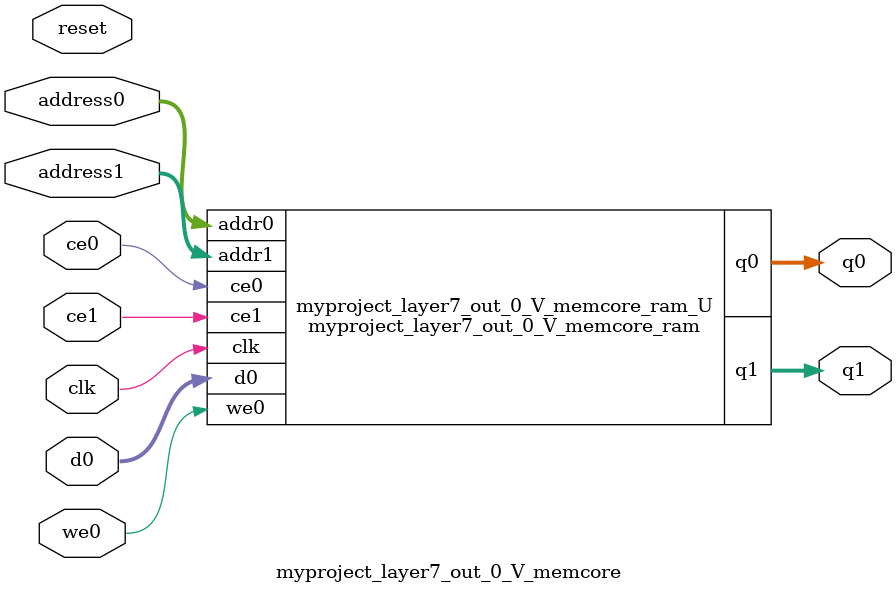
<source format=v>
`timescale 1 ns / 1 ps
module myproject_layer7_out_0_V_memcore_ram (addr0, ce0, d0, we0, q0, addr1, ce1, q1,  clk);

parameter DWIDTH = 16;
parameter AWIDTH = 4;
parameter MEM_SIZE = 13;

input[AWIDTH-1:0] addr0;
input ce0;
input[DWIDTH-1:0] d0;
input we0;
output reg[DWIDTH-1:0] q0;
input[AWIDTH-1:0] addr1;
input ce1;
output reg[DWIDTH-1:0] q1;
input clk;

(* ram_style = "distributed" *)reg [DWIDTH-1:0] ram[0:MEM_SIZE-1];




always @(posedge clk)  
begin 
    if (ce0) begin
        if (we0) 
            ram[addr0] <= d0; 
        q0 <= ram[addr0];
    end
end


always @(posedge clk)  
begin 
    if (ce1) begin
        q1 <= ram[addr1];
    end
end


endmodule

`timescale 1 ns / 1 ps
module myproject_layer7_out_0_V_memcore(
    reset,
    clk,
    address0,
    ce0,
    we0,
    d0,
    q0,
    address1,
    ce1,
    q1);

parameter DataWidth = 32'd16;
parameter AddressRange = 32'd13;
parameter AddressWidth = 32'd4;
input reset;
input clk;
input[AddressWidth - 1:0] address0;
input ce0;
input we0;
input[DataWidth - 1:0] d0;
output[DataWidth - 1:0] q0;
input[AddressWidth - 1:0] address1;
input ce1;
output[DataWidth - 1:0] q1;



myproject_layer7_out_0_V_memcore_ram myproject_layer7_out_0_V_memcore_ram_U(
    .clk( clk ),
    .addr0( address0 ),
    .ce0( ce0 ),
    .we0( we0 ),
    .d0( d0 ),
    .q0( q0 ),
    .addr1( address1 ),
    .ce1( ce1 ),
    .q1( q1 ));

endmodule


</source>
